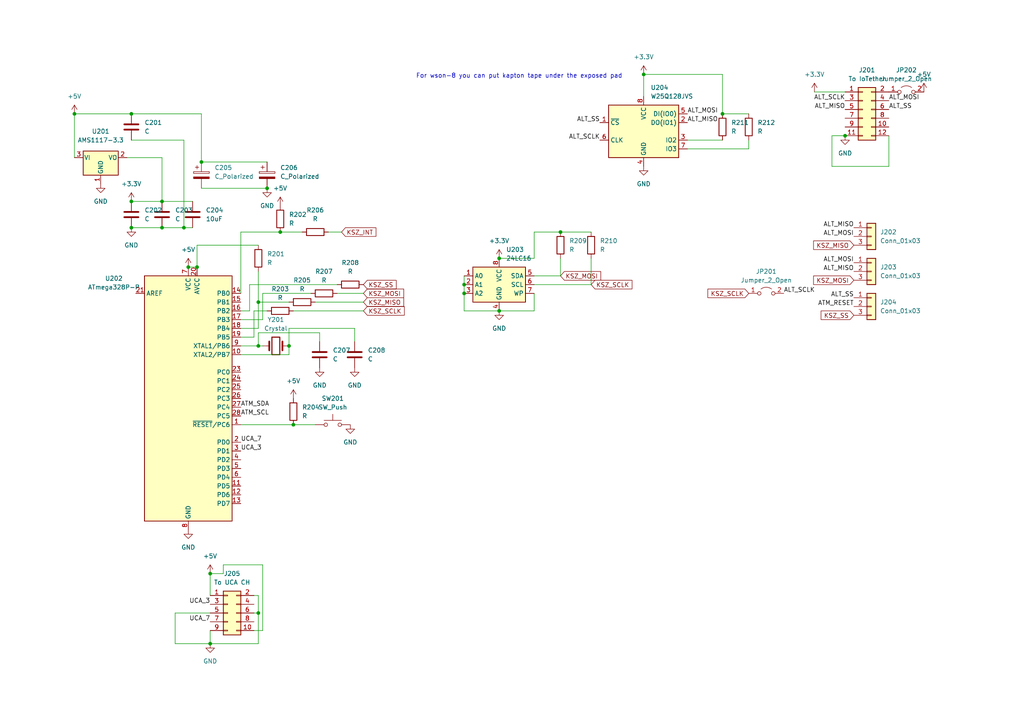
<source format=kicad_sch>
(kicad_sch (version 20211123) (generator eeschema)
  (paper "A4")
  (lib_symbols
    (symbol "Connector_Generic:Conn_01x03" (pin_names (offset 1.016) hide)
      (property "Reference" "J" (at 0 5.08 0))
      (property "Value" "Conn_01x03" (at 0 -5.08 0))
      (symbol "Conn_01x03_1_1"
        (rectangle (start -1.27 -2.413) (end 0 -2.667) (stroke (width 0.1524)))
        (rectangle (start -1.27 0.127) (end 0 -0.127) (stroke (width 0.1524)))
        (rectangle (start -1.27 2.667) (end 0 2.413) (stroke (width 0.1524)))
        (rectangle (start -1.27 3.81) (end 1.27 -3.81) (stroke (width 0.254)) (fill (type background)))
        (pin passive line (at -5.08 2.54 0) (length 3.81) (name "Pin_1") (number "1"))
        (pin passive line (at -5.08 0 0) (length 3.81) (name "Pin_2") (number "2"))
        (pin passive line (at -5.08 -2.54 0) (length 3.81) (name "Pin_3") (number "3"))
      )
    )
    (symbol "Connector_Generic:Conn_02x05_Odd_Even" (pin_names (offset 1.016) hide)
      (property "Reference" "J" (at 1.27 7.62 0))
      (property "Value" "Conn_02x05_Odd_Even" (at 1.27 -7.62 0))
      (symbol "Conn_02x05_Odd_Even_1_1"
        (rectangle (start -1.27 -4.953) (end 0 -5.207) (stroke (width 0.1524)))
        (rectangle (start -1.27 -2.413) (end 0 -2.667) (stroke (width 0.1524)))
        (rectangle (start -1.27 0.127) (end 0 -0.127) (stroke (width 0.1524)))
        (rectangle (start -1.27 2.667) (end 0 2.413) (stroke (width 0.1524)))
        (rectangle (start -1.27 5.207) (end 0 4.953) (stroke (width 0.1524)))
        (rectangle (start -1.27 6.35) (end 3.81 -6.35) (stroke (width 0.254)) (fill (type background)))
        (rectangle (start 3.81 -4.953) (end 2.54 -5.207) (stroke (width 0.1524)))
        (rectangle (start 3.81 -2.413) (end 2.54 -2.667) (stroke (width 0.1524)))
        (rectangle (start 3.81 0.127) (end 2.54 -0.127) (stroke (width 0.1524)))
        (rectangle (start 3.81 2.667) (end 2.54 2.413) (stroke (width 0.1524)))
        (rectangle (start 3.81 5.207) (end 2.54 4.953) (stroke (width 0.1524)))
        (pin passive line (at -5.08 5.08 0) (length 3.81) (name "Pin_1") (number "1"))
        (pin passive line (at 7.62 -5.08 180) (length 3.81) (name "Pin_10") (number "10"))
        (pin passive line (at 7.62 5.08 180) (length 3.81) (name "Pin_2") (number "2"))
        (pin passive line (at -5.08 2.54 0) (length 3.81) (name "Pin_3") (number "3"))
        (pin passive line (at 7.62 2.54 180) (length 3.81) (name "Pin_4") (number "4"))
        (pin passive line (at -5.08 0 0) (length 3.81) (name "Pin_5") (number "5"))
        (pin passive line (at 7.62 0 180) (length 3.81) (name "Pin_6") (number "6"))
        (pin passive line (at -5.08 -2.54 0) (length 3.81) (name "Pin_7") (number "7"))
        (pin passive line (at 7.62 -2.54 180) (length 3.81) (name "Pin_8") (number "8"))
        (pin passive line (at -5.08 -5.08 0) (length 3.81) (name "Pin_9") (number "9"))
      )
    )
    (symbol "Connector_Generic:Conn_02x06_Odd_Even" (pin_names (offset 1.016) hide)
      (property "Reference" "J" (at 1.27 7.62 0))
      (property "Value" "Conn_02x06_Odd_Even" (at 1.27 -10.16 0))
      (symbol "Conn_02x06_Odd_Even_1_1"
        (rectangle (start -1.27 -7.493) (end 0 -7.747) (stroke (width 0.1524)))
        (rectangle (start -1.27 -4.953) (end 0 -5.207) (stroke (width 0.1524)))
        (rectangle (start -1.27 -2.413) (end 0 -2.667) (stroke (width 0.1524)))
        (rectangle (start -1.27 0.127) (end 0 -0.127) (stroke (width 0.1524)))
        (rectangle (start -1.27 2.667) (end 0 2.413) (stroke (width 0.1524)))
        (rectangle (start -1.27 5.207) (end 0 4.953) (stroke (width 0.1524)))
        (rectangle (start -1.27 6.35) (end 3.81 -8.89) (stroke (width 0.254)) (fill (type background)))
        (rectangle (start 3.81 -7.493) (end 2.54 -7.747) (stroke (width 0.1524)))
        (rectangle (start 3.81 -4.953) (end 2.54 -5.207) (stroke (width 0.1524)))
        (rectangle (start 3.81 -2.413) (end 2.54 -2.667) (stroke (width 0.1524)))
        (rectangle (start 3.81 0.127) (end 2.54 -0.127) (stroke (width 0.1524)))
        (rectangle (start 3.81 2.667) (end 2.54 2.413) (stroke (width 0.1524)))
        (rectangle (start 3.81 5.207) (end 2.54 4.953) (stroke (width 0.1524)))
        (pin passive line (at -5.08 5.08 0) (length 3.81) (name "Pin_1") (number "1"))
        (pin passive line (at 7.62 -5.08 180) (length 3.81) (name "Pin_10") (number "10"))
        (pin passive line (at -5.08 -7.62 0) (length 3.81) (name "Pin_11") (number "11"))
        (pin passive line (at 7.62 -7.62 180) (length 3.81) (name "Pin_12") (number "12"))
        (pin passive line (at 7.62 5.08 180) (length 3.81) (name "Pin_2") (number "2"))
        (pin passive line (at -5.08 2.54 0) (length 3.81) (name "Pin_3") (number "3"))
        (pin passive line (at 7.62 2.54 180) (length 3.81) (name "Pin_4") (number "4"))
        (pin passive line (at -5.08 0 0) (length 3.81) (name "Pin_5") (number "5"))
        (pin passive line (at 7.62 0 180) (length 3.81) (name "Pin_6") (number "6"))
        (pin passive line (at -5.08 -2.54 0) (length 3.81) (name "Pin_7") (number "7"))
        (pin passive line (at 7.62 -2.54 180) (length 3.81) (name "Pin_8") (number "8"))
        (pin passive line (at -5.08 -5.08 0) (length 3.81) (name "Pin_9") (number "9"))
      )
    )
    (symbol "Device:C" (pin_numbers hide) (pin_names (offset 0.254))
      (property "Reference" "C" (at 0.635 2.54 0))
      (property "Value" "C" (at 0.635 -2.54 0))
      (symbol "C_0_1"
        (polyline (pts (xy -2.032 -0.762) (xy 2.032 -0.762)) (stroke (width 0.508)))
        (polyline (pts (xy -2.032 0.762) (xy 2.032 0.762)) (stroke (width 0.508)))
      )
      (symbol "C_1_1"
        (pin passive line (at 0 3.81 270) (length 2.794) (name "~") (number "1"))
        (pin passive line (at 0 -3.81 90) (length 2.794) (name "~") (number "2"))
      )
    )
    (symbol "Device:C_Polarized" (pin_numbers hide) (pin_names (offset 0.254))
      (property "Reference" "C" (at 0.635 2.54 0))
      (property "Value" "C_Polarized" (at 0.635 -2.54 0))
      (symbol "C_Polarized_0_1"
        (rectangle (start -2.286 0.508) (end 2.286 1.016))
        (polyline (pts (xy -1.778 2.286) (xy -0.762 2.286)))
        (polyline (pts (xy -1.27 2.794) (xy -1.27 1.778)))
        (rectangle (start 2.286 -0.508) (end -2.286 -1.016) (fill (type outline)))
      )
      (symbol "C_Polarized_1_1"
        (pin passive line (at 0 3.81 270) (length 2.794) (name "~") (number "1"))
        (pin passive line (at 0 -3.81 90) (length 2.794) (name "~") (number "2"))
      )
    )
    (symbol "Device:Crystal" (pin_numbers hide) (pin_names (offset 1.016) hide)
      (property "Reference" "Y" (at 0 3.81 0))
      (property "Value" "Crystal" (at 0 -3.81 0))
      (symbol "Crystal_0_1"
        (rectangle (start -1.143 2.54) (end 1.143 -2.54) (stroke (width 0.3048)))
        (polyline (pts (xy -2.54 0) (xy -1.905 0)))
        (polyline (pts (xy -1.905 -1.27) (xy -1.905 1.27)) (stroke (width 0.508)))
        (polyline (pts (xy 1.905 -1.27) (xy 1.905 1.27)) (stroke (width 0.508)))
        (polyline (pts (xy 2.54 0) (xy 1.905 0)))
      )
      (symbol "Crystal_1_1"
        (pin passive line (at -3.81 0 0) (length 1.27) (name "1") (number "1"))
        (pin passive line (at 3.81 0 180) (length 1.27) (name "2") (number "2"))
      )
    )
    (symbol "Device:R" (pin_numbers hide) (pin_names (offset 0))
      (property "Reference" "R" (at 2.032 0 90))
      (property "Value" "R" (at 0 0 90))
      (symbol "R_0_1"
        (rectangle (start -1.016 -2.54) (end 1.016 2.54) (stroke (width 0.254)))
      )
      (symbol "R_1_1"
        (pin passive line (at 0 3.81 270) (length 1.27) (name "~") (number "1"))
        (pin passive line (at 0 -3.81 90) (length 1.27) (name "~") (number "2"))
      )
    )
    (symbol "Jumper:Jumper_2_Open" (pin_names (offset 0) hide)
      (property "Reference" "JP" (at 0 2.794 0))
      (property "Value" "Jumper_2_Open" (at 0 -2.286 0))
      (symbol "Jumper_2_Open_0_0"
        (circle (center -2.032 0) (radius 0.508))
        (circle (center 2.032 0) (radius 0.508))
      )
      (symbol "Jumper_2_Open_0_1"
        (arc (start 1.524 1.27) (mid 0 1.778) (end -1.524 1.27))
      )
      (symbol "Jumper_2_Open_1_1"
        (pin passive line (at -5.08 0 0) (length 2.54) (name "A") (number "1"))
        (pin passive line (at 5.08 0 180) (length 2.54) (name "B") (number "2"))
      )
    )
    (symbol "MCU_Microchip_ATmega:ATmega328P-P"
      (property "Reference" "U" (at -12.7 36.83 0))
      (property "Value" "ATmega328P-P" (at 2.54 -36.83 0))
      (symbol "ATmega328P-P_0_1"
        (rectangle (start -12.7 -35.56) (end 12.7 35.56) (stroke (width 0.254)) (fill (type background)))
      )
      (symbol "ATmega328P-P_1_1"
        (pin bidirectional line (at 15.24 -7.62 180) (length 2.54) (name "~{RESET}/PC6") (number "1"))
        (pin bidirectional line (at 15.24 12.7 180) (length 2.54) (name "XTAL2/PB7") (number "10"))
        (pin bidirectional line (at 15.24 -25.4 180) (length 2.54) (name "PD5") (number "11"))
        (pin bidirectional line (at 15.24 -27.94 180) (length 2.54) (name "PD6") (number "12"))
        (pin bidirectional line (at 15.24 -30.48 180) (length 2.54) (name "PD7") (number "13"))
        (pin bidirectional line (at 15.24 30.48 180) (length 2.54) (name "PB0") (number "14"))
        (pin bidirectional line (at 15.24 27.94 180) (length 2.54) (name "PB1") (number "15"))
        (pin bidirectional line (at 15.24 25.4 180) (length 2.54) (name "PB2") (number "16"))
        (pin bidirectional line (at 15.24 22.86 180) (length 2.54) (name "PB3") (number "17"))
        (pin bidirectional line (at 15.24 20.32 180) (length 2.54) (name "PB4") (number "18"))
        (pin bidirectional line (at 15.24 17.78 180) (length 2.54) (name "PB5") (number "19"))
        (pin bidirectional line (at 15.24 -12.7 180) (length 2.54) (name "PD0") (number "2"))
        (pin power_in line (at 2.54 38.1 270) (length 2.54) (name "AVCC") (number "20"))
        (pin passive line (at -15.24 30.48 0) (length 2.54) (name "AREF") (number "21"))
        (pin passive line (at 0 -38.1 90) (length 2.54) hide (name "GND") (number "22"))
        (pin bidirectional line (at 15.24 7.62 180) (length 2.54) (name "PC0") (number "23"))
        (pin bidirectional line (at 15.24 5.08 180) (length 2.54) (name "PC1") (number "24"))
        (pin bidirectional line (at 15.24 2.54 180) (length 2.54) (name "PC2") (number "25"))
        (pin bidirectional line (at 15.24 0 180) (length 2.54) (name "PC3") (number "26"))
        (pin bidirectional line (at 15.24 -2.54 180) (length 2.54) (name "PC4") (number "27"))
        (pin bidirectional line (at 15.24 -5.08 180) (length 2.54) (name "PC5") (number "28"))
        (pin bidirectional line (at 15.24 -15.24 180) (length 2.54) (name "PD1") (number "3"))
        (pin bidirectional line (at 15.24 -17.78 180) (length 2.54) (name "PD2") (number "4"))
        (pin bidirectional line (at 15.24 -20.32 180) (length 2.54) (name "PD3") (number "5"))
        (pin bidirectional line (at 15.24 -22.86 180) (length 2.54) (name "PD4") (number "6"))
        (pin power_in line (at 0 38.1 270) (length 2.54) (name "VCC") (number "7"))
        (pin power_in line (at 0 -38.1 90) (length 2.54) (name "GND") (number "8"))
        (pin bidirectional line (at 15.24 15.24 180) (length 2.54) (name "XTAL1/PB6") (number "9"))
      )
    )
    (symbol "Memory_EEPROM:24LC16"
      (property "Reference" "U" (at -6.35 6.35 0))
      (property "Value" "24LC16" (at 1.27 6.35 0))
      (symbol "24LC16_1_1"
        (rectangle (start -7.62 5.08) (end 7.62 -5.08) (stroke (width 0.254)) (fill (type background)))
        (pin input line (at -10.16 2.54 0) (length 2.54) (name "A0") (number "1"))
        (pin input line (at -10.16 0 0) (length 2.54) (name "A1") (number "2"))
        (pin input line (at -10.16 -2.54 0) (length 2.54) (name "A2") (number "3"))
        (pin power_in line (at 0 -7.62 90) (length 2.54) (name "GND") (number "4"))
        (pin bidirectional line (at 10.16 2.54 180) (length 2.54) (name "SDA") (number "5"))
        (pin input line (at 10.16 0 180) (length 2.54) (name "SCL") (number "6"))
        (pin input line (at 10.16 -2.54 180) (length 2.54) (name "WP") (number "7"))
        (pin power_in line (at 0 7.62 270) (length 2.54) (name "VCC") (number "8"))
      )
    )
    (symbol "Memory_Flash:W25Q128JVS"
      (property "Reference" "U" (at -8.89 8.89 0))
      (property "Value" "W25Q128JVS" (at 7.62 8.89 0))
      (symbol "W25Q128JVS_0_1"
        (rectangle (start -10.16 7.62) (end 10.16 -7.62) (stroke (width 0.254)) (fill (type background)))
      )
      (symbol "W25Q128JVS_1_1"
        (pin input line (at -12.7 2.54 0) (length 2.54) (name "~{CS}") (number "1"))
        (pin bidirectional line (at 12.7 2.54 180) (length 2.54) (name "DO(IO1)") (number "2"))
        (pin bidirectional line (at 12.7 -2.54 180) (length 2.54) (name "IO2") (number "3"))
        (pin power_in line (at 0 -10.16 90) (length 2.54) (name "GND") (number "4"))
        (pin bidirectional line (at 12.7 5.08 180) (length 2.54) (name "DI(IO0)") (number "5"))
        (pin input line (at -12.7 -2.54 0) (length 2.54) (name "CLK") (number "6"))
        (pin bidirectional line (at 12.7 -5.08 180) (length 2.54) (name "IO3") (number "7"))
        (pin power_in line (at 0 10.16 270) (length 2.54) (name "VCC") (number "8"))
      )
    )
    (symbol "Regulator_Linear:AMS1117-3.3" (pin_names (offset 0.254))
      (property "Reference" "U" (at -3.81 3.175 0))
      (property "Value" "AMS1117-3.3" (at 0 3.175 0))
      (symbol "AMS1117-3.3_0_1"
        (rectangle (start -5.08 -5.08) (end 5.08 1.905) (stroke (width 0.254)) (fill (type background)))
      )
      (symbol "AMS1117-3.3_1_1"
        (pin power_in line (at 0 -7.62 90) (length 2.54) (name "GND") (number "1"))
        (pin power_out line (at 7.62 0 180) (length 2.54) (name "VO") (number "2"))
        (pin power_in line (at -7.62 0 0) (length 2.54) (name "VI") (number "3"))
      )
    )
    (symbol "Switch:SW_Push" (pin_numbers hide) (pin_names (offset 1.016) hide)
      (property "Reference" "SW" (at 1.27 2.54 0))
      (property "Value" "SW_Push" (at 0 -1.524 0))
      (symbol "SW_Push_0_1"
        (circle (center -2.032 0) (radius 0.508))
        (polyline (pts (xy 0 1.27) (xy 0 3.048)))
        (polyline (pts (xy 2.54 1.27) (xy -2.54 1.27)))
        (circle (center 2.032 0) (radius 0.508))
        (pin passive line (at -5.08 0 0) (length 2.54) (name "1") (number "1"))
        (pin passive line (at 5.08 0 180) (length 2.54) (name "2") (number "2"))
      )
    )
    (symbol "power:+3.3V" (power) (pin_names (offset 0))
      (property "Value" "+3.3V" (at 0 3.556 0))
      (symbol "+3.3V_0_1"
        (polyline (pts (xy -0.762 1.27) (xy 0 2.54)))
        (polyline (pts (xy 0 0) (xy 0 2.54)))
        (polyline (pts (xy 0 2.54) (xy 0.762 1.27)))
      )
      (symbol "+3.3V_1_1"
        (pin power_in line (at 0 0 90) (length 0) hide (name "+3.3V") (number "1"))
      )
    )
    (symbol "power:+5V" (power) (pin_names (offset 0))
      (property "Value" "+5V" (at 0 3.556 0))
      (symbol "+5V_0_1"
        (polyline (pts (xy -0.762 1.27) (xy 0 2.54)))
        (polyline (pts (xy 0 0) (xy 0 2.54)))
        (polyline (pts (xy 0 2.54) (xy 0.762 1.27)))
      )
      (symbol "+5V_1_1"
        (pin power_in line (at 0 0 90) (length 0) hide (name "+5V") (number "1"))
      )
    )
    (symbol "power:GND" (power) (pin_names (offset 0))
      (property "Value" "GND" (at 0 -3.81 0))
      (symbol "GND_0_1"
        (polyline (pts (xy 0 0) (xy 0 -1.27) (xy 1.27 -1.27) (xy 0 -2.54) (xy -1.27 -1.27) (xy 0 -1.27)))
      )
      (symbol "GND_1_1"
        (pin power_in line (at 0 0 270) (length 0) hide (name "GND") (number "1"))
      )
    )
  )
  (junction (at 144.78 74.93))
  (junction (at 38.1 66.04))
  (junction (at 81.28 67.31))
  (junction (at 60.96 186.69))
  (junction (at 53.34 66.04))
  (junction (at 46.99 58.42))
  (junction (at 38.1 33.02))
  (junction (at 134.62 82.55))
  (junction (at 21.59 33.02))
  (junction (at 60.96 166.37))
  (junction (at 186.69 21.59))
  (junction (at 38.1 58.42))
  (junction (at 144.78 90.17))
  (junction (at 74.93 87.63))
  (junction (at 58.42 46.99))
  (junction (at 77.47 54.61))
  (junction (at 209.55 33.02))
  (junction (at 134.62 85.09))
  (junction (at 85.09 123.19))
  (junction (at 83.82 100.33))
  (junction (at 57.15 77.47))
  (junction (at 74.93 177.8))
  (junction (at 245.11 39.37))
  (junction (at 74.93 100.33))
  (junction (at 54.61 77.47))
  (junction (at 162.56 67.31))
  (junction (at 46.99 66.04))
  (wire (pts (xy 72.39 90.17) (xy 72.39 82.55)))
  (wire (pts (xy 171.45 82.55) (xy 154.94 82.55)))
  (wire (pts (xy 83.82 102.87) (xy 83.82 100.33)))
  (wire (pts (xy 69.85 85.09) (xy 69.85 67.31)))
  (wire (pts (xy 69.85 100.33) (xy 74.93 100.33)))
  (wire (pts (xy 76.2 182.88) (xy 73.66 182.88)))
  (wire (pts (xy 69.85 90.17) (xy 72.39 90.17)))
  (wire (pts (xy 76.2 163.83) (xy 76.2 182.88)))
  (wire (pts (xy 257.81 48.26) (xy 241.3 48.26)))
  (wire (pts (xy 74.93 177.8) (xy 74.93 186.69)))
  (wire (pts (xy 50.8 186.69) (xy 60.96 186.69)))
  (wire (pts (xy 91.44 87.63) (xy 105.41 87.63)))
  (wire (pts (xy 209.55 33.02) (xy 209.55 21.59)))
  (wire (pts (xy 50.8 177.8) (xy 50.8 186.69)))
  (wire (pts (xy 46.99 66.04) (xy 53.34 66.04)))
  (wire (pts (xy 134.62 82.55) (xy 134.62 80.01)))
  (wire (pts (xy 69.85 102.87) (xy 83.82 102.87)))
  (wire (pts (xy 154.94 74.93) (xy 144.78 74.93)))
  (wire (pts (xy 154.94 90.17) (xy 154.94 85.09)))
  (wire (pts (xy 171.45 74.93) (xy 171.45 82.55)))
  (wire (pts (xy 60.96 177.8) (xy 50.8 177.8)))
  (wire (pts (xy 58.42 46.99) (xy 58.42 33.02)))
  (wire (pts (xy 134.62 90.17) (xy 134.62 85.09)))
  (wire (pts (xy 73.66 97.79) (xy 73.66 90.17)))
  (wire (pts (xy 162.56 67.31) (xy 171.45 67.31)))
  (wire (pts (xy 74.93 96.52) (xy 92.71 96.52)))
  (wire (pts (xy 144.78 90.17) (xy 134.62 90.17)))
  (wire (pts (xy 74.93 172.72) (xy 74.93 177.8)))
  (wire (pts (xy 60.96 166.37) (xy 60.96 172.72)))
  (wire (pts (xy 241.3 39.37) (xy 245.11 39.37)))
  (wire (pts (xy 81.28 67.31) (xy 87.63 67.31)))
  (wire (pts (xy 73.66 177.8) (xy 74.93 177.8)))
  (wire (pts (xy 38.1 33.02) (xy 21.59 33.02)))
  (wire (pts (xy 85.09 123.19) (xy 91.44 123.19)))
  (wire (pts (xy 54.61 77.47) (xy 57.15 77.47)))
  (wire (pts (xy 69.85 123.19) (xy 85.09 123.19)))
  (wire (pts (xy 92.71 96.52) (xy 92.71 99.06)))
  (wire (pts (xy 64.77 163.83) (xy 76.2 163.83)))
  (wire (pts (xy 74.93 100.33) (xy 74.93 96.52)))
  (wire (pts (xy 60.96 186.69) (xy 60.96 182.88)))
  (wire (pts (xy 69.85 92.71) (xy 76.2 92.71)))
  (wire (pts (xy 102.87 99.06) (xy 102.87 95.25)))
  (wire (pts (xy 38.1 58.42) (xy 46.99 58.42)))
  (wire (pts (xy 186.69 21.59) (xy 186.69 27.94)))
  (wire (pts (xy 74.93 100.33) (xy 76.2 100.33)))
  (wire (pts (xy 46.99 45.72) (xy 36.83 45.72)))
  (wire (pts (xy 74.93 87.63) (xy 83.82 87.63)))
  (wire (pts (xy 97.79 85.09) (xy 105.41 85.09)))
  (wire (pts (xy 241.3 48.26) (xy 241.3 39.37)))
  (wire (pts (xy 76.2 92.71) (xy 76.2 85.09)))
  (wire (pts (xy 154.94 67.31) (xy 154.94 74.93)))
  (wire (pts (xy 74.93 71.12) (xy 57.15 71.12)))
  (wire (pts (xy 134.62 85.09) (xy 134.62 82.55)))
  (wire (pts (xy 236.22 26.67) (xy 245.11 26.67)))
  (wire (pts (xy 162.56 67.31) (xy 154.94 67.31)))
  (wire (pts (xy 69.85 95.25) (xy 74.93 95.25)))
  (wire (pts (xy 199.39 40.64) (xy 209.55 40.64)))
  (wire (pts (xy 73.66 90.17) (xy 77.47 90.17)))
  (wire (pts (xy 57.15 71.12) (xy 57.15 77.47)))
  (wire (pts (xy 209.55 21.59) (xy 186.69 21.59)))
  (wire (pts (xy 64.77 166.37) (xy 64.77 163.83)))
  (wire (pts (xy 76.2 85.09) (xy 90.17 85.09)))
  (wire (pts (xy 60.96 166.37) (xy 64.77 166.37)))
  (wire (pts (xy 217.17 43.18) (xy 217.17 40.64)))
  (wire (pts (xy 46.99 58.42) (xy 55.88 58.42)))
  (wire (pts (xy 74.93 78.74) (xy 74.93 87.63)))
  (wire (pts (xy 21.59 33.02) (xy 21.59 45.72)))
  (wire (pts (xy 53.34 40.64) (xy 53.34 66.04)))
  (wire (pts (xy 38.1 66.04) (xy 46.99 66.04)))
  (wire (pts (xy 73.66 172.72) (xy 74.93 172.72)))
  (wire (pts (xy 83.82 95.25) (xy 83.82 100.33)))
  (wire (pts (xy 58.42 33.02) (xy 38.1 33.02)))
  (wire (pts (xy 95.25 67.31) (xy 99.06 67.31)))
  (wire (pts (xy 58.42 54.61) (xy 77.47 54.61)))
  (wire (pts (xy 38.1 40.64) (xy 53.34 40.64)))
  (wire (pts (xy 46.99 58.42) (xy 46.99 45.72)))
  (wire (pts (xy 53.34 66.04) (xy 55.88 66.04)))
  (wire (pts (xy 102.87 95.25) (xy 83.82 95.25)))
  (wire (pts (xy 74.93 95.25) (xy 74.93 87.63)))
  (wire (pts (xy 199.39 43.18) (xy 217.17 43.18)))
  (wire (pts (xy 144.78 90.17) (xy 154.94 90.17)))
  (wire (pts (xy 162.56 80.01) (xy 162.56 74.93)))
  (wire (pts (xy 58.42 46.99) (xy 77.47 46.99)))
  (wire (pts (xy 154.94 80.01) (xy 162.56 80.01)))
  (wire (pts (xy 69.85 67.31) (xy 81.28 67.31)))
  (wire (pts (xy 209.55 33.02) (xy 217.17 33.02)))
  (wire (pts (xy 69.85 97.79) (xy 73.66 97.79)))
  (wire (pts (xy 72.39 82.55) (xy 97.79 82.55)))
  (wire (pts (xy 74.93 186.69) (xy 60.96 186.69)))
  (wire (pts (xy 257.81 39.37) (xy 257.81 48.26)))
  (wire (pts (xy 85.09 90.17) (xy 105.41 90.17)))
  (text "For wson-8 you can put kapton tape under the exposed pad\n" (at 120.65 22.86 0) (effects (font (size 1.27 1.27)) (justify left bottom)))
  (label "ALT_MISO" (at 245.11 31.75 180))
  (label "ALT_MOSI" (at 199.39 33.02 0))
  (label "UCA_7" (at 69.85 128.27 0))
  (label "ALT_SCLK" (at 227.33 85.09 0))
  (label "ALT_SS" (at 247.65 86.36 180))
  (label "ALT_SCLK" (at 245.11 29.21 180))
  (label "ALT_MOSI" (at 257.81 29.21 0))
  (label "ALT_SCLK" (at 173.99 40.64 180))
  (label "UCA_3" (at 69.85 130.81 0))
  (label "ALT_SS" (at 257.81 31.75 0))
  (label "ALT_MISO" (at 247.65 78.74 180))
  (label "ALT_SS" (at 173.99 35.56 180))
  (label "ALT_MOSI" (at 247.65 68.58 180))
  (label "UCA_7" (at 60.96 180.34 180))
  (label "ALT_MISO" (at 199.39 35.56 0))
  (label "ALT_MOSI" (at 247.65 76.2 180))
  (label "ATM_RESET" (at 247.65 88.9 180))
  (label "ATM_SCL" (at 69.85 120.65 0))
  (label "ALT_MISO" (at 247.65 66.04 180))
  (label "UCA_3" (at 60.96 175.26 180))
  (label "ATM_SDA" (at 69.85 118.11 0))
  (global_label "KSZ_SCLK" (shape input) (at 105.41 90.17 0) (property "Intersheet References" "${INTERSHEET_REFS}" (effects hide)))
  (global_label "KSZ_MOSI" (shape input) (at 247.65 81.28 180) (property "Intersheet References" "${INTERSHEET_REFS}" (effects hide)))
  (global_label "KSZ_MISO" (shape input) (at 247.65 71.12 180) (property "Intersheet References" "${INTERSHEET_REFS}" (effects hide)))
  (global_label "KSZ_SS" (shape input) (at 247.65 91.44 180) (property "Intersheet References" "${INTERSHEET_REFS}" (effects hide)))
  (global_label "KSZ_SCLK" (shape input) (at 171.45 82.55 0) (property "Intersheet References" "${INTERSHEET_REFS}" (effects hide)))
  (global_label "KSZ_MISO" (shape input) (at 105.41 87.63 0) (property "Intersheet References" "${INTERSHEET_REFS}" (effects hide)))
  (global_label "KSZ_SS" (shape input) (at 105.41 82.55 0) (property "Intersheet References" "${INTERSHEET_REFS}" (effects hide)))
  (global_label "KSZ_INT" (shape input) (at 99.06 67.31 0) (property "Intersheet References" "${INTERSHEET_REFS}" (effects hide)))
  (global_label "KSZ_SCLK" (shape input) (at 217.17 85.09 180) (property "Intersheet References" "${INTERSHEET_REFS}" (effects hide)))
  (global_label "KSZ_MOSI" (shape input) (at 105.41 85.09 0) (property "Intersheet References" "${INTERSHEET_REFS}" (effects hide)))
  (global_label "KSZ_MOSI" (shape input) (at 162.56 80.01 0) (property "Intersheet References" "${INTERSHEET_REFS}" (effects hide)))
  (symbol (lib_id "power:GND") (at 245.11 39.37 0) (unit 1)
    (property "Reference" "#PWR0218" (effects hide))
    (property "Value" "GND" (at 245.11 44.45 0))
  )
  (symbol (lib_id "power:+3.3V") (at 144.78 74.93 0) (unit 1)
    (property "Reference" "#PWR0213" (effects hide))
    (property "Value" "+3.3V" (at 144.78 69.85 0))
  )
  (symbol (lib_id "power:+5V") (at 85.09 115.57 0) (unit 1)
    (property "Reference" "#PWR0209" (effects hide))
    (property "Value" "+5V" (at 85.09 110.49 0))
  )
  (symbol (lib_id "Device:R") (at 81.28 63.5 180) (unit 1)
    (property "Reference" "R202" (at 83.82 62.2299 0) (effects (justify right)))
    (property "Value" "R" (at 83.82 64.7699 0) (effects (justify right)))
    (property "Footprint" "Resistor_SMD:R_0603_1608Metric" (effects hide))
  )
  (symbol (lib_id "Device:R") (at 217.17 36.83 0) (unit 1)
    (property "Reference" "R212" (at 219.71 35.5599 0) (effects (justify left)))
    (property "Value" "R" (at 219.71 38.0999 0) (effects (justify left)))
    (property "Footprint" "Resistor_SMD:R_0603_1608Metric" (effects hide))
  )
  (symbol (lib_id "power:GND") (at 144.78 90.17 0) (unit 1)
    (property "Reference" "#PWR0214" (effects hide))
    (property "Value" "GND" (at 144.78 95.25 0))
  )
  (symbol (lib_id "Device:C_Polarized") (at 77.47 50.8 0) (unit 1)
    (property "Reference" "C206" (at 81.28 48.6409 0) (effects (justify left)))
    (property "Value" "C_Polarized" (at 81.28 51.1809 0) (effects (justify left)))
    (property "Footprint" "Capacitor_THT:CP_Radial_D8.0mm_P3.50mm" (effects hide))
  )
  (symbol (lib_id "power:+3.3V") (at 236.22 26.67 0) (unit 1)
    (property "Reference" "#PWR0217" (effects hide))
    (property "Value" "+3.3V" (at 236.22 21.59 0))
  )
  (symbol (lib_id "Device:R") (at 171.45 71.12 0) (unit 1)
    (property "Reference" "R210" (at 173.99 69.8499 0) (effects (justify left)))
    (property "Value" "R" (at 173.99 72.3899 0) (effects (justify left)))
    (property "Footprint" "Resistor_SMD:R_0603_1608Metric" (effects hide))
  )
  (symbol (lib_id "power:+3.3V") (at 38.1 58.42 0) (unit 1)
    (property "Reference" "#PWR0203" (effects hide))
    (property "Value" "+3.3V" (at 38.1 53.34 0))
  )
  (symbol (lib_id "power:+5V") (at 267.97 26.67 0) (unit 1)
    (property "Reference" "#PWR0219" (effects hide))
    (property "Value" "+5V" (at 267.97 21.59 0))
  )
  (symbol (lib_id "Connector_Generic:Conn_01x03") (at 252.73 68.58 0) (unit 1)
    (property "Reference" "J202" (at 255.27 67.3099 0) (effects (justify left)))
    (property "Value" "Conn_01x03" (at 255.27 69.8499 0) (effects (justify left)))
    (property "Footprint" "Package_TO_SOT_SMD:SOT-23-3" (effects hide))
  )
  (symbol (lib_id "power:GND") (at 186.69 48.26 0) (unit 1)
    (property "Reference" "#PWR0216" (effects hide))
    (property "Value" "GND" (at 186.69 53.34 0))
  )
  (symbol (lib_id "power:GND") (at 92.71 106.68 0) (unit 1)
    (property "Reference" "#PWR0210" (effects hide))
    (property "Value" "GND" (at 92.71 111.76 0))
  )
  (symbol (lib_id "Device:R") (at 91.44 67.31 90) (unit 1)
    (property "Reference" "R206" (at 91.44 60.96 90))
    (property "Value" "R" (at 91.44 63.5 90))
    (property "Footprint" "Resistor_SMD:R_0603_1608Metric" (effects hide))
  )
  (symbol (lib_id "Memory_EEPROM:24LC16") (at 144.78 82.55 0) (unit 1)
    (property "Reference" "U203" (at 146.7994 72.39 0) (effects (justify left)))
    (property "Value" "24LC16" (at 146.7994 74.93 0) (effects (justify left)))
    (property "Footprint" "Package_DIP:DIP-8_W7.62mm_Socket" (effects hide))
    (property "Datasheet" "http://ww1.microchip.com/downloads/en/DeviceDoc/21703d.pdf" (effects hide))
  )
  (symbol (lib_id "Connector_Generic:Conn_02x05_Odd_Even") (at 66.04 177.8 0) (unit 1)
    (property "Reference" "J205" (at 67.31 166.37 0))
    (property "Value" "To UCA CH" (at 67.31 168.91 0))
    (property "Footprint" "Connector_PinHeader_2.54mm:PinHeader_2x05_P2.54mm_Horizontal" (effects hide))
  )
  (symbol (lib_id "Device:C") (at 46.99 62.23 0) (unit 1)
    (property "Reference" "C203" (at 50.8 60.9599 0) (effects (justify left)))
    (property "Value" "C" (at 50.8 63.4999 0) (effects (justify left)))
    (property "Footprint" "Capacitor_SMD:C_0603_1608Metric" (effects hide))
  )
  (symbol (lib_id "Device:R") (at 162.56 71.12 0) (unit 1)
    (property "Reference" "R209" (at 165.1 69.8499 0) (effects (justify left)))
    (property "Value" "R" (at 165.1 72.3899 0) (effects (justify left)))
    (property "Footprint" "Resistor_SMD:R_0603_1608Metric" (effects hide))
  )
  (symbol (lib_id "Device:R") (at 209.55 36.83 0) (unit 1)
    (property "Reference" "R211" (at 212.09 35.5599 0) (effects (justify left)))
    (property "Value" "R" (at 212.09 38.0999 0) (effects (justify left)))
    (property "Footprint" "Resistor_SMD:R_0603_1608Metric" (effects hide))
  )
  (symbol (lib_id "Device:C") (at 38.1 36.83 0) (unit 1)
    (property "Reference" "C201" (at 41.91 35.5599 0) (effects (justify left)))
    (property "Value" "C" (at 41.91 38.0999 0) (effects (justify left)))
    (property "Footprint" "Capacitor_SMD:C_0603_1608Metric" (effects hide))
  )
  (symbol (lib_id "Regulator_Linear:AMS1117-3.3") (at 29.21 45.72 0) (unit 1)
    (property "Reference" "U201" (at 29.21 38.1 0))
    (property "Value" "AMS1117-3.3" (at 29.21 40.64 0))
    (property "Footprint" "Package_TO_SOT_SMD:SOT-223-3_TabPin2" (effects hide))
    (property "Datasheet" "http://www.advanced-monolithic.com/pdf/ds1117.pdf" (effects hide))
  )
  (symbol (lib_id "Device:C") (at 102.87 102.87 0) (unit 1)
    (property "Reference" "C208" (at 106.68 101.5999 0) (effects (justify left)))
    (property "Value" "C" (at 106.68 104.1399 0) (effects (justify left)))
    (property "Footprint" "Capacitor_SMD:C_0603_1608Metric" (effects hide))
  )
  (symbol (lib_id "Device:R") (at 87.63 87.63 90) (unit 1)
    (property "Reference" "R205" (at 87.63 81.28 90))
    (property "Value" "R" (at 87.63 83.82 90))
    (property "Footprint" "Resistor_SMD:R_0603_1608Metric" (effects hide))
  )
  (symbol (lib_id "power:+5V") (at 60.96 166.37 0) (unit 1)
    (property "Reference" "#PWR0220" (effects hide))
    (property "Value" "+5V" (at 60.96 161.29 0))
  )
  (symbol (lib_id "power:+3.3V") (at 186.69 21.59 0) (unit 1)
    (property "Reference" "#PWR0215" (effects hide))
    (property "Value" "+3.3V" (at 186.69 16.51 0))
  )
  (symbol (lib_id "Device:C") (at 38.1 62.23 0) (unit 1)
    (property "Reference" "C202" (at 41.91 60.9599 0) (effects (justify left)))
    (property "Value" "C" (at 41.91 63.4999 0) (effects (justify left)))
    (property "Footprint" "Capacitor_SMD:C_0603_1608Metric" (effects hide))
  )
  (symbol (lib_id "Jumper:Jumper_2_Open") (at 262.89 26.67 0) (unit 1)
    (property "Reference" "JP202" (at 262.89 20.32 0))
    (property "Value" "Jumper_2_Open" (at 262.89 22.86 0))
    (property "Footprint" "Resistor_SMD:R_0603_1608Metric" (effects hide))
  )
  (symbol (lib_id "MCU_Microchip_ATmega:ATmega328P-P") (at 54.61 115.57 0) (unit 1)
    (property "Reference" "U202" (at 33.02 80.7593 0))
    (property "Value" "ATmega328P-P" (at 33.02 83.2993 0))
    (property "Footprint" "Package_DIP:DIP-28_W7.62mm_Socket" (effects hide))
    (property "Datasheet" "http://ww1.microchip.com/downloads/en/DeviceDoc/ATmega328_P%20AVR%20MCU%20with%20picoPower%20Technology%20Data%20Sheet%2040001984A.pdf" (effects hide))
  )
  (symbol (lib_id "Device:R") (at 74.93 74.93 0) (unit 1)
    (property "Reference" "R201" (at 77.47 73.6599 0) (effects (justify left)))
    (property "Value" "R" (at 77.47 76.1999 0) (effects (justify left)))
    (property "Footprint" "Resistor_SMD:R_0603_1608Metric" (effects hide))
  )
  (symbol (lib_id "power:+5V") (at 81.28 59.69 0) (unit 1)
    (property "Reference" "#PWR0208" (effects hide))
    (property "Value" "+5V" (at 81.28 54.61 0))
  )
  (symbol (lib_id "power:+5V") (at 21.59 33.02 0) (unit 1)
    (property "Reference" "#PWR0201" (effects hide))
    (property "Value" "+5V" (at 21.59 27.94 0))
  )
  (symbol (lib_id "Jumper:Jumper_2_Open") (at 222.25 85.09 0) (unit 1)
    (property "Reference" "JP201" (at 222.25 78.74 0))
    (property "Value" "Jumper_2_Open" (at 222.25 81.28 0))
    (property "Footprint" "Resistor_SMD:R_0603_1608Metric" (effects hide))
  )
  (symbol (lib_id "Device:R") (at 93.98 85.09 90) (unit 1)
    (property "Reference" "R207" (at 93.98 78.74 90))
    (property "Value" "R" (at 93.98 81.28 90))
    (property "Footprint" "Resistor_SMD:R_0603_1608Metric" (effects hide))
  )
  (symbol (lib_id "Device:Crystal") (at 80.01 100.33 0) (unit 1)
    (property "Reference" "Y201" (at 80.01 92.71 0))
    (property "Value" "Crystal" (at 80.01 95.25 0))
    (property "Footprint" "Crystal:Crystal_HC49-U_Vertical" (effects hide))
  )
  (symbol (lib_id "Connector_Generic:Conn_01x03") (at 252.73 88.9 0) (unit 1)
    (property "Reference" "J204" (at 255.27 87.6299 0) (effects (justify left)))
    (property "Value" "Conn_01x03" (at 255.27 90.1699 0) (effects (justify left)))
    (property "Footprint" "Package_TO_SOT_SMD:SOT-23-3" (effects hide))
  )
  (symbol (lib_id "power:GND") (at 29.21 53.34 0) (unit 1)
    (property "Reference" "#PWR0202" (effects hide))
    (property "Value" "GND" (at 29.21 58.42 0))
  )
  (symbol (lib_id "Device:C") (at 55.88 62.23 0) (unit 1)
    (property "Reference" "C204" (at 59.69 60.9599 0) (effects (justify left)))
    (property "Value" "10uF" (at 59.69 63.4999 0) (effects (justify left)))
    (property "Footprint" "Capacitor_SMD:C_0805_2012Metric" (effects hide))
  )
  (symbol (lib_id "power:+5V") (at 54.61 77.47 0) (unit 1)
    (property "Reference" "#PWR0205" (effects hide))
    (property "Value" "+5V" (at 54.61 72.39 0))
  )
  (symbol (lib_id "power:GND") (at 60.96 186.69 0) (unit 1)
    (property "Reference" "#PWR0221" (effects hide))
    (property "Value" "GND" (at 60.96 191.77 0))
  )
  (symbol (lib_id "Device:R") (at 81.28 90.17 90) (unit 1)
    (property "Reference" "R203" (at 81.28 83.82 90))
    (property "Value" "R" (at 81.28 86.36 90))
    (property "Footprint" "Resistor_SMD:R_0603_1608Metric" (effects hide))
  )
  (symbol (lib_id "power:GND") (at 54.61 153.67 0) (unit 1)
    (property "Reference" "#PWR0206" (effects hide))
    (property "Value" "GND" (at 54.61 158.75 0))
  )
  (symbol (lib_id "power:GND") (at 77.47 54.61 0) (unit 1)
    (property "Reference" "#PWR0207" (effects hide))
    (property "Value" "GND" (at 77.47 59.69 0))
  )
  (symbol (lib_id "Device:C") (at 92.71 102.87 0) (unit 1)
    (property "Reference" "C207" (at 96.52 101.5999 0) (effects (justify left)))
    (property "Value" "C" (at 96.52 104.1399 0) (effects (justify left)))
    (property "Footprint" "Capacitor_SMD:C_0603_1608Metric" (effects hide))
  )
  (symbol (lib_id "Switch:SW_Push") (at 96.52 123.19 0) (unit 1)
    (property "Reference" "SW201" (at 96.52 115.57 0))
    (property "Value" "SW_Push" (at 96.52 118.11 0))
    (property "Footprint" "Button_Switch_THT:SW_PUSH_6mm" (effects hide))
  )
  (symbol (lib_id "power:GND") (at 102.87 106.68 0) (unit 1)
    (property "Reference" "#PWR0212" (effects hide))
    (property "Value" "GND" (at 102.87 111.76 0))
  )
  (symbol (lib_id "Connector_Generic:Conn_01x03") (at 252.73 78.74 0) (unit 1)
    (property "Reference" "J203" (at 255.27 77.4699 0) (effects (justify left)))
    (property "Value" "Conn_01x03" (at 255.27 80.0099 0) (effects (justify left)))
    (property "Footprint" "Package_TO_SOT_SMD:SOT-23-3" (effects hide))
  )
  (symbol (lib_id "power:GND") (at 38.1 66.04 0) (unit 1)
    (property "Reference" "#PWR0204" (effects hide))
    (property "Value" "GND" (at 38.1 71.12 0))
  )
  (symbol (lib_id "power:GND") (at 101.6 123.19 0) (unit 1)
    (property "Reference" "#PWR0211" (effects hide))
    (property "Value" "GND" (at 101.6 128.27 0))
  )
  (symbol (lib_id "Device:R") (at 101.6 82.55 90) (unit 1)
    (property "Reference" "R208" (at 101.6 76.2 90))
    (property "Value" "R" (at 101.6 78.74 90))
    (property "Footprint" "Resistor_SMD:R_0603_1608Metric" (effects hide))
  )
  (symbol (lib_id "Device:R") (at 85.09 119.38 0) (unit 1)
    (property "Reference" "R204" (at 87.63 118.1099 0) (effects (justify left)))
    (property "Value" "R" (at 87.63 120.6499 0) (effects (justify left)))
    (property "Footprint" "Resistor_SMD:R_0603_1608Metric" (effects hide))
  )
  (symbol (lib_id "Device:C_Polarized") (at 58.42 50.8 0) (unit 1)
    (property "Reference" "C205" (at 62.23 48.6409 0) (effects (justify left)))
    (property "Value" "C_Polarized" (at 62.23 51.1809 0) (effects (justify left)))
    (property "Footprint" "Capacitor_THT:CP_Radial_D8.0mm_P3.50mm" (effects hide))
  )
  (symbol (lib_id "Connector_Generic:Conn_02x06_Odd_Even") (at 250.19 31.75 0) (unit 1)
    (property "Reference" "J201" (at 251.46 20.32 0))
    (property "Value" "To IoTether" (at 251.46 22.86 0))
    (property "Footprint" "Connector_PinHeader_2.54mm:PinHeader_2x06_P2.54mm_Vertical" (effects hide))
  )
  (symbol (lib_id "Memory_Flash:W25Q128JVS") (at 186.69 38.1 0) (unit 1)
    (property "Reference" "U204" (at 188.7094 25.4 0) (effects (justify left)))
    (property "Value" "W25Q128JVS" (at 188.7094 27.94 0) (effects (justify left)))
    (property "Footprint" "Package_SO:SOIC-8_5.23x5.23mm_P1.27mm" (effects hide))
    (property "Datasheet" "http://www.winbond.com/resource-files/w25q128jv_dtr%20revc%2003272018%20plus.pdf" (effects hide))
  )
)
</source>
